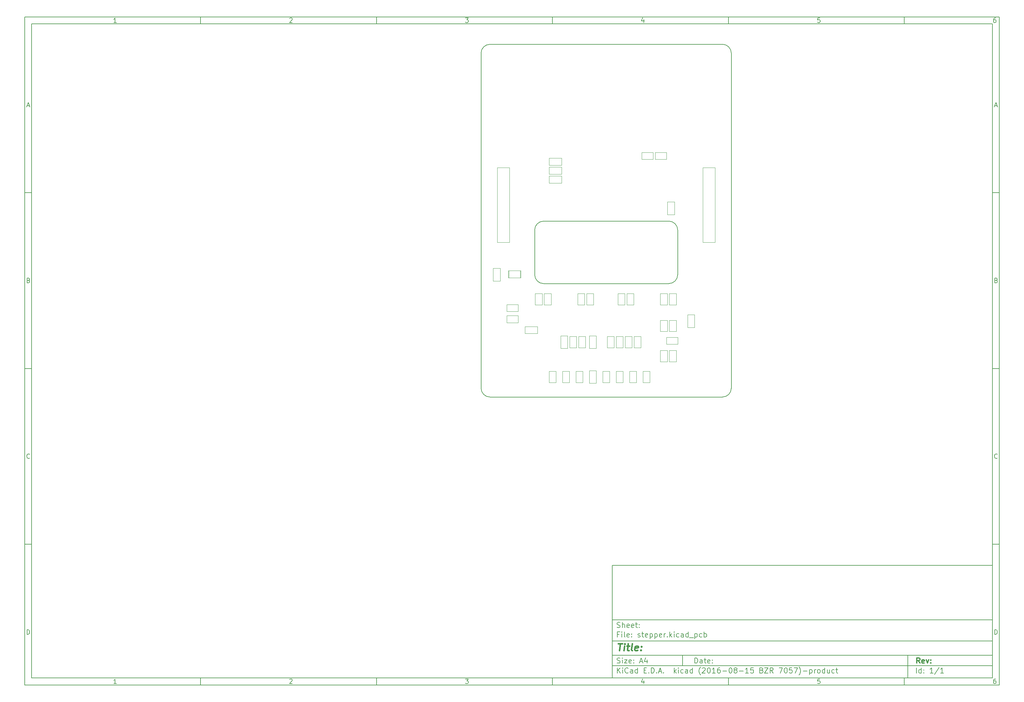
<source format=gbr>
G04 #@! TF.FileFunction,Other,User*
%FSLAX46Y46*%
G04 Gerber Fmt 4.6, Leading zero omitted, Abs format (unit mm)*
G04 Created by KiCad (PCBNEW (2016-08-15 BZR 7057)-product) date Tue Nov  8 12:42:18 2016*
%MOMM*%
%LPD*%
G01*
G04 APERTURE LIST*
%ADD10C,0.100000*%
%ADD11C,0.150000*%
%ADD12C,0.300000*%
%ADD13C,0.400000*%
%ADD14C,0.050000*%
G04 APERTURE END LIST*
D10*
D11*
X177002200Y-166007200D02*
X177002200Y-198007200D01*
X285002200Y-198007200D01*
X285002200Y-166007200D01*
X177002200Y-166007200D01*
D10*
D11*
X10000000Y-10000000D02*
X10000000Y-200007200D01*
X287002200Y-200007200D01*
X287002200Y-10000000D01*
X10000000Y-10000000D01*
D10*
D11*
X12000000Y-12000000D02*
X12000000Y-198007200D01*
X285002200Y-198007200D01*
X285002200Y-12000000D01*
X12000000Y-12000000D01*
D10*
D11*
X60000000Y-12000000D02*
X60000000Y-10000000D01*
D10*
D11*
X110000000Y-12000000D02*
X110000000Y-10000000D01*
D10*
D11*
X160000000Y-12000000D02*
X160000000Y-10000000D01*
D10*
D11*
X210000000Y-12000000D02*
X210000000Y-10000000D01*
D10*
D11*
X260000000Y-12000000D02*
X260000000Y-10000000D01*
D10*
D11*
X36065476Y-11588095D02*
X35322619Y-11588095D01*
X35694047Y-11588095D02*
X35694047Y-10288095D01*
X35570238Y-10473809D01*
X35446428Y-10597619D01*
X35322619Y-10659523D01*
D10*
D11*
X85322619Y-10411904D02*
X85384523Y-10350000D01*
X85508333Y-10288095D01*
X85817857Y-10288095D01*
X85941666Y-10350000D01*
X86003571Y-10411904D01*
X86065476Y-10535714D01*
X86065476Y-10659523D01*
X86003571Y-10845238D01*
X85260714Y-11588095D01*
X86065476Y-11588095D01*
D10*
D11*
X135260714Y-10288095D02*
X136065476Y-10288095D01*
X135632142Y-10783333D01*
X135817857Y-10783333D01*
X135941666Y-10845238D01*
X136003571Y-10907142D01*
X136065476Y-11030952D01*
X136065476Y-11340476D01*
X136003571Y-11464285D01*
X135941666Y-11526190D01*
X135817857Y-11588095D01*
X135446428Y-11588095D01*
X135322619Y-11526190D01*
X135260714Y-11464285D01*
D10*
D11*
X185941666Y-10721428D02*
X185941666Y-11588095D01*
X185632142Y-10226190D02*
X185322619Y-11154761D01*
X186127380Y-11154761D01*
D10*
D11*
X236003571Y-10288095D02*
X235384523Y-10288095D01*
X235322619Y-10907142D01*
X235384523Y-10845238D01*
X235508333Y-10783333D01*
X235817857Y-10783333D01*
X235941666Y-10845238D01*
X236003571Y-10907142D01*
X236065476Y-11030952D01*
X236065476Y-11340476D01*
X236003571Y-11464285D01*
X235941666Y-11526190D01*
X235817857Y-11588095D01*
X235508333Y-11588095D01*
X235384523Y-11526190D01*
X235322619Y-11464285D01*
D10*
D11*
X285941666Y-10288095D02*
X285694047Y-10288095D01*
X285570238Y-10350000D01*
X285508333Y-10411904D01*
X285384523Y-10597619D01*
X285322619Y-10845238D01*
X285322619Y-11340476D01*
X285384523Y-11464285D01*
X285446428Y-11526190D01*
X285570238Y-11588095D01*
X285817857Y-11588095D01*
X285941666Y-11526190D01*
X286003571Y-11464285D01*
X286065476Y-11340476D01*
X286065476Y-11030952D01*
X286003571Y-10907142D01*
X285941666Y-10845238D01*
X285817857Y-10783333D01*
X285570238Y-10783333D01*
X285446428Y-10845238D01*
X285384523Y-10907142D01*
X285322619Y-11030952D01*
D10*
D11*
X60000000Y-198007200D02*
X60000000Y-200007200D01*
D10*
D11*
X110000000Y-198007200D02*
X110000000Y-200007200D01*
D10*
D11*
X160000000Y-198007200D02*
X160000000Y-200007200D01*
D10*
D11*
X210000000Y-198007200D02*
X210000000Y-200007200D01*
D10*
D11*
X260000000Y-198007200D02*
X260000000Y-200007200D01*
D10*
D11*
X36065476Y-199595295D02*
X35322619Y-199595295D01*
X35694047Y-199595295D02*
X35694047Y-198295295D01*
X35570238Y-198481009D01*
X35446428Y-198604819D01*
X35322619Y-198666723D01*
D10*
D11*
X85322619Y-198419104D02*
X85384523Y-198357200D01*
X85508333Y-198295295D01*
X85817857Y-198295295D01*
X85941666Y-198357200D01*
X86003571Y-198419104D01*
X86065476Y-198542914D01*
X86065476Y-198666723D01*
X86003571Y-198852438D01*
X85260714Y-199595295D01*
X86065476Y-199595295D01*
D10*
D11*
X135260714Y-198295295D02*
X136065476Y-198295295D01*
X135632142Y-198790533D01*
X135817857Y-198790533D01*
X135941666Y-198852438D01*
X136003571Y-198914342D01*
X136065476Y-199038152D01*
X136065476Y-199347676D01*
X136003571Y-199471485D01*
X135941666Y-199533390D01*
X135817857Y-199595295D01*
X135446428Y-199595295D01*
X135322619Y-199533390D01*
X135260714Y-199471485D01*
D10*
D11*
X185941666Y-198728628D02*
X185941666Y-199595295D01*
X185632142Y-198233390D02*
X185322619Y-199161961D01*
X186127380Y-199161961D01*
D10*
D11*
X236003571Y-198295295D02*
X235384523Y-198295295D01*
X235322619Y-198914342D01*
X235384523Y-198852438D01*
X235508333Y-198790533D01*
X235817857Y-198790533D01*
X235941666Y-198852438D01*
X236003571Y-198914342D01*
X236065476Y-199038152D01*
X236065476Y-199347676D01*
X236003571Y-199471485D01*
X235941666Y-199533390D01*
X235817857Y-199595295D01*
X235508333Y-199595295D01*
X235384523Y-199533390D01*
X235322619Y-199471485D01*
D10*
D11*
X285941666Y-198295295D02*
X285694047Y-198295295D01*
X285570238Y-198357200D01*
X285508333Y-198419104D01*
X285384523Y-198604819D01*
X285322619Y-198852438D01*
X285322619Y-199347676D01*
X285384523Y-199471485D01*
X285446428Y-199533390D01*
X285570238Y-199595295D01*
X285817857Y-199595295D01*
X285941666Y-199533390D01*
X286003571Y-199471485D01*
X286065476Y-199347676D01*
X286065476Y-199038152D01*
X286003571Y-198914342D01*
X285941666Y-198852438D01*
X285817857Y-198790533D01*
X285570238Y-198790533D01*
X285446428Y-198852438D01*
X285384523Y-198914342D01*
X285322619Y-199038152D01*
D10*
D11*
X10000000Y-60000000D02*
X12000000Y-60000000D01*
D10*
D11*
X10000000Y-110000000D02*
X12000000Y-110000000D01*
D10*
D11*
X10000000Y-160000000D02*
X12000000Y-160000000D01*
D10*
D11*
X10690476Y-35216666D02*
X11309523Y-35216666D01*
X10566666Y-35588095D02*
X11000000Y-34288095D01*
X11433333Y-35588095D01*
D10*
D11*
X11092857Y-84907142D02*
X11278571Y-84969047D01*
X11340476Y-85030952D01*
X11402380Y-85154761D01*
X11402380Y-85340476D01*
X11340476Y-85464285D01*
X11278571Y-85526190D01*
X11154761Y-85588095D01*
X10659523Y-85588095D01*
X10659523Y-84288095D01*
X11092857Y-84288095D01*
X11216666Y-84350000D01*
X11278571Y-84411904D01*
X11340476Y-84535714D01*
X11340476Y-84659523D01*
X11278571Y-84783333D01*
X11216666Y-84845238D01*
X11092857Y-84907142D01*
X10659523Y-84907142D01*
D10*
D11*
X11402380Y-135464285D02*
X11340476Y-135526190D01*
X11154761Y-135588095D01*
X11030952Y-135588095D01*
X10845238Y-135526190D01*
X10721428Y-135402380D01*
X10659523Y-135278571D01*
X10597619Y-135030952D01*
X10597619Y-134845238D01*
X10659523Y-134597619D01*
X10721428Y-134473809D01*
X10845238Y-134350000D01*
X11030952Y-134288095D01*
X11154761Y-134288095D01*
X11340476Y-134350000D01*
X11402380Y-134411904D01*
D10*
D11*
X10659523Y-185588095D02*
X10659523Y-184288095D01*
X10969047Y-184288095D01*
X11154761Y-184350000D01*
X11278571Y-184473809D01*
X11340476Y-184597619D01*
X11402380Y-184845238D01*
X11402380Y-185030952D01*
X11340476Y-185278571D01*
X11278571Y-185402380D01*
X11154761Y-185526190D01*
X10969047Y-185588095D01*
X10659523Y-185588095D01*
D10*
D11*
X287002200Y-60000000D02*
X285002200Y-60000000D01*
D10*
D11*
X287002200Y-110000000D02*
X285002200Y-110000000D01*
D10*
D11*
X287002200Y-160000000D02*
X285002200Y-160000000D01*
D10*
D11*
X285692676Y-35216666D02*
X286311723Y-35216666D01*
X285568866Y-35588095D02*
X286002200Y-34288095D01*
X286435533Y-35588095D01*
D10*
D11*
X286095057Y-84907142D02*
X286280771Y-84969047D01*
X286342676Y-85030952D01*
X286404580Y-85154761D01*
X286404580Y-85340476D01*
X286342676Y-85464285D01*
X286280771Y-85526190D01*
X286156961Y-85588095D01*
X285661723Y-85588095D01*
X285661723Y-84288095D01*
X286095057Y-84288095D01*
X286218866Y-84350000D01*
X286280771Y-84411904D01*
X286342676Y-84535714D01*
X286342676Y-84659523D01*
X286280771Y-84783333D01*
X286218866Y-84845238D01*
X286095057Y-84907142D01*
X285661723Y-84907142D01*
D10*
D11*
X286404580Y-135464285D02*
X286342676Y-135526190D01*
X286156961Y-135588095D01*
X286033152Y-135588095D01*
X285847438Y-135526190D01*
X285723628Y-135402380D01*
X285661723Y-135278571D01*
X285599819Y-135030952D01*
X285599819Y-134845238D01*
X285661723Y-134597619D01*
X285723628Y-134473809D01*
X285847438Y-134350000D01*
X286033152Y-134288095D01*
X286156961Y-134288095D01*
X286342676Y-134350000D01*
X286404580Y-134411904D01*
D10*
D11*
X285661723Y-185588095D02*
X285661723Y-184288095D01*
X285971247Y-184288095D01*
X286156961Y-184350000D01*
X286280771Y-184473809D01*
X286342676Y-184597619D01*
X286404580Y-184845238D01*
X286404580Y-185030952D01*
X286342676Y-185278571D01*
X286280771Y-185402380D01*
X286156961Y-185526190D01*
X285971247Y-185588095D01*
X285661723Y-185588095D01*
D10*
D11*
X200434342Y-193785771D02*
X200434342Y-192285771D01*
X200791485Y-192285771D01*
X201005771Y-192357200D01*
X201148628Y-192500057D01*
X201220057Y-192642914D01*
X201291485Y-192928628D01*
X201291485Y-193142914D01*
X201220057Y-193428628D01*
X201148628Y-193571485D01*
X201005771Y-193714342D01*
X200791485Y-193785771D01*
X200434342Y-193785771D01*
X202577200Y-193785771D02*
X202577200Y-193000057D01*
X202505771Y-192857200D01*
X202362914Y-192785771D01*
X202077200Y-192785771D01*
X201934342Y-192857200D01*
X202577200Y-193714342D02*
X202434342Y-193785771D01*
X202077200Y-193785771D01*
X201934342Y-193714342D01*
X201862914Y-193571485D01*
X201862914Y-193428628D01*
X201934342Y-193285771D01*
X202077200Y-193214342D01*
X202434342Y-193214342D01*
X202577200Y-193142914D01*
X203077200Y-192785771D02*
X203648628Y-192785771D01*
X203291485Y-192285771D02*
X203291485Y-193571485D01*
X203362914Y-193714342D01*
X203505771Y-193785771D01*
X203648628Y-193785771D01*
X204720057Y-193714342D02*
X204577200Y-193785771D01*
X204291485Y-193785771D01*
X204148628Y-193714342D01*
X204077200Y-193571485D01*
X204077200Y-193000057D01*
X204148628Y-192857200D01*
X204291485Y-192785771D01*
X204577200Y-192785771D01*
X204720057Y-192857200D01*
X204791485Y-193000057D01*
X204791485Y-193142914D01*
X204077200Y-193285771D01*
X205434342Y-193642914D02*
X205505771Y-193714342D01*
X205434342Y-193785771D01*
X205362914Y-193714342D01*
X205434342Y-193642914D01*
X205434342Y-193785771D01*
X205434342Y-192857200D02*
X205505771Y-192928628D01*
X205434342Y-193000057D01*
X205362914Y-192928628D01*
X205434342Y-192857200D01*
X205434342Y-193000057D01*
D10*
D11*
X177002200Y-194507200D02*
X285002200Y-194507200D01*
D10*
D11*
X178434342Y-196585771D02*
X178434342Y-195085771D01*
X179291485Y-196585771D02*
X178648628Y-195728628D01*
X179291485Y-195085771D02*
X178434342Y-195942914D01*
X179934342Y-196585771D02*
X179934342Y-195585771D01*
X179934342Y-195085771D02*
X179862914Y-195157200D01*
X179934342Y-195228628D01*
X180005771Y-195157200D01*
X179934342Y-195085771D01*
X179934342Y-195228628D01*
X181505771Y-196442914D02*
X181434342Y-196514342D01*
X181220057Y-196585771D01*
X181077200Y-196585771D01*
X180862914Y-196514342D01*
X180720057Y-196371485D01*
X180648628Y-196228628D01*
X180577200Y-195942914D01*
X180577200Y-195728628D01*
X180648628Y-195442914D01*
X180720057Y-195300057D01*
X180862914Y-195157200D01*
X181077200Y-195085771D01*
X181220057Y-195085771D01*
X181434342Y-195157200D01*
X181505771Y-195228628D01*
X182791485Y-196585771D02*
X182791485Y-195800057D01*
X182720057Y-195657200D01*
X182577200Y-195585771D01*
X182291485Y-195585771D01*
X182148628Y-195657200D01*
X182791485Y-196514342D02*
X182648628Y-196585771D01*
X182291485Y-196585771D01*
X182148628Y-196514342D01*
X182077200Y-196371485D01*
X182077200Y-196228628D01*
X182148628Y-196085771D01*
X182291485Y-196014342D01*
X182648628Y-196014342D01*
X182791485Y-195942914D01*
X184148628Y-196585771D02*
X184148628Y-195085771D01*
X184148628Y-196514342D02*
X184005771Y-196585771D01*
X183720057Y-196585771D01*
X183577200Y-196514342D01*
X183505771Y-196442914D01*
X183434342Y-196300057D01*
X183434342Y-195871485D01*
X183505771Y-195728628D01*
X183577200Y-195657200D01*
X183720057Y-195585771D01*
X184005771Y-195585771D01*
X184148628Y-195657200D01*
X186005771Y-195800057D02*
X186505771Y-195800057D01*
X186720057Y-196585771D02*
X186005771Y-196585771D01*
X186005771Y-195085771D01*
X186720057Y-195085771D01*
X187362914Y-196442914D02*
X187434342Y-196514342D01*
X187362914Y-196585771D01*
X187291485Y-196514342D01*
X187362914Y-196442914D01*
X187362914Y-196585771D01*
X188077200Y-196585771D02*
X188077200Y-195085771D01*
X188434342Y-195085771D01*
X188648628Y-195157200D01*
X188791485Y-195300057D01*
X188862914Y-195442914D01*
X188934342Y-195728628D01*
X188934342Y-195942914D01*
X188862914Y-196228628D01*
X188791485Y-196371485D01*
X188648628Y-196514342D01*
X188434342Y-196585771D01*
X188077200Y-196585771D01*
X189577200Y-196442914D02*
X189648628Y-196514342D01*
X189577200Y-196585771D01*
X189505771Y-196514342D01*
X189577200Y-196442914D01*
X189577200Y-196585771D01*
X190220057Y-196157200D02*
X190934342Y-196157200D01*
X190077200Y-196585771D02*
X190577200Y-195085771D01*
X191077200Y-196585771D01*
X191577200Y-196442914D02*
X191648628Y-196514342D01*
X191577200Y-196585771D01*
X191505771Y-196514342D01*
X191577200Y-196442914D01*
X191577200Y-196585771D01*
X194577200Y-196585771D02*
X194577200Y-195085771D01*
X194720057Y-196014342D02*
X195148628Y-196585771D01*
X195148628Y-195585771D02*
X194577200Y-196157200D01*
X195791485Y-196585771D02*
X195791485Y-195585771D01*
X195791485Y-195085771D02*
X195720057Y-195157200D01*
X195791485Y-195228628D01*
X195862914Y-195157200D01*
X195791485Y-195085771D01*
X195791485Y-195228628D01*
X197148628Y-196514342D02*
X197005771Y-196585771D01*
X196720057Y-196585771D01*
X196577200Y-196514342D01*
X196505771Y-196442914D01*
X196434342Y-196300057D01*
X196434342Y-195871485D01*
X196505771Y-195728628D01*
X196577200Y-195657200D01*
X196720057Y-195585771D01*
X197005771Y-195585771D01*
X197148628Y-195657200D01*
X198434342Y-196585771D02*
X198434342Y-195800057D01*
X198362914Y-195657200D01*
X198220057Y-195585771D01*
X197934342Y-195585771D01*
X197791485Y-195657200D01*
X198434342Y-196514342D02*
X198291485Y-196585771D01*
X197934342Y-196585771D01*
X197791485Y-196514342D01*
X197720057Y-196371485D01*
X197720057Y-196228628D01*
X197791485Y-196085771D01*
X197934342Y-196014342D01*
X198291485Y-196014342D01*
X198434342Y-195942914D01*
X199791485Y-196585771D02*
X199791485Y-195085771D01*
X199791485Y-196514342D02*
X199648628Y-196585771D01*
X199362914Y-196585771D01*
X199220057Y-196514342D01*
X199148628Y-196442914D01*
X199077200Y-196300057D01*
X199077200Y-195871485D01*
X199148628Y-195728628D01*
X199220057Y-195657200D01*
X199362914Y-195585771D01*
X199648628Y-195585771D01*
X199791485Y-195657200D01*
X202077200Y-197157200D02*
X202005771Y-197085771D01*
X201862914Y-196871485D01*
X201791485Y-196728628D01*
X201720057Y-196514342D01*
X201648628Y-196157200D01*
X201648628Y-195871485D01*
X201720057Y-195514342D01*
X201791485Y-195300057D01*
X201862914Y-195157200D01*
X202005771Y-194942914D01*
X202077200Y-194871485D01*
X202577200Y-195228628D02*
X202648628Y-195157200D01*
X202791485Y-195085771D01*
X203148628Y-195085771D01*
X203291485Y-195157200D01*
X203362914Y-195228628D01*
X203434342Y-195371485D01*
X203434342Y-195514342D01*
X203362914Y-195728628D01*
X202505771Y-196585771D01*
X203434342Y-196585771D01*
X204362914Y-195085771D02*
X204505771Y-195085771D01*
X204648628Y-195157200D01*
X204720057Y-195228628D01*
X204791485Y-195371485D01*
X204862914Y-195657200D01*
X204862914Y-196014342D01*
X204791485Y-196300057D01*
X204720057Y-196442914D01*
X204648628Y-196514342D01*
X204505771Y-196585771D01*
X204362914Y-196585771D01*
X204220057Y-196514342D01*
X204148628Y-196442914D01*
X204077200Y-196300057D01*
X204005771Y-196014342D01*
X204005771Y-195657200D01*
X204077200Y-195371485D01*
X204148628Y-195228628D01*
X204220057Y-195157200D01*
X204362914Y-195085771D01*
X206291485Y-196585771D02*
X205434342Y-196585771D01*
X205862914Y-196585771D02*
X205862914Y-195085771D01*
X205720057Y-195300057D01*
X205577200Y-195442914D01*
X205434342Y-195514342D01*
X207577200Y-195085771D02*
X207291485Y-195085771D01*
X207148628Y-195157200D01*
X207077200Y-195228628D01*
X206934342Y-195442914D01*
X206862914Y-195728628D01*
X206862914Y-196300057D01*
X206934342Y-196442914D01*
X207005771Y-196514342D01*
X207148628Y-196585771D01*
X207434342Y-196585771D01*
X207577200Y-196514342D01*
X207648628Y-196442914D01*
X207720057Y-196300057D01*
X207720057Y-195942914D01*
X207648628Y-195800057D01*
X207577200Y-195728628D01*
X207434342Y-195657200D01*
X207148628Y-195657200D01*
X207005771Y-195728628D01*
X206934342Y-195800057D01*
X206862914Y-195942914D01*
X208362914Y-196014342D02*
X209505771Y-196014342D01*
X210505771Y-195085771D02*
X210648628Y-195085771D01*
X210791485Y-195157200D01*
X210862914Y-195228628D01*
X210934342Y-195371485D01*
X211005771Y-195657200D01*
X211005771Y-196014342D01*
X210934342Y-196300057D01*
X210862914Y-196442914D01*
X210791485Y-196514342D01*
X210648628Y-196585771D01*
X210505771Y-196585771D01*
X210362914Y-196514342D01*
X210291485Y-196442914D01*
X210220057Y-196300057D01*
X210148628Y-196014342D01*
X210148628Y-195657200D01*
X210220057Y-195371485D01*
X210291485Y-195228628D01*
X210362914Y-195157200D01*
X210505771Y-195085771D01*
X211862914Y-195728628D02*
X211720057Y-195657200D01*
X211648628Y-195585771D01*
X211577200Y-195442914D01*
X211577200Y-195371485D01*
X211648628Y-195228628D01*
X211720057Y-195157200D01*
X211862914Y-195085771D01*
X212148628Y-195085771D01*
X212291485Y-195157200D01*
X212362914Y-195228628D01*
X212434342Y-195371485D01*
X212434342Y-195442914D01*
X212362914Y-195585771D01*
X212291485Y-195657200D01*
X212148628Y-195728628D01*
X211862914Y-195728628D01*
X211720057Y-195800057D01*
X211648628Y-195871485D01*
X211577200Y-196014342D01*
X211577200Y-196300057D01*
X211648628Y-196442914D01*
X211720057Y-196514342D01*
X211862914Y-196585771D01*
X212148628Y-196585771D01*
X212291485Y-196514342D01*
X212362914Y-196442914D01*
X212434342Y-196300057D01*
X212434342Y-196014342D01*
X212362914Y-195871485D01*
X212291485Y-195800057D01*
X212148628Y-195728628D01*
X213077200Y-196014342D02*
X214220057Y-196014342D01*
X215720057Y-196585771D02*
X214862914Y-196585771D01*
X215291485Y-196585771D02*
X215291485Y-195085771D01*
X215148628Y-195300057D01*
X215005771Y-195442914D01*
X214862914Y-195514342D01*
X217077200Y-195085771D02*
X216362914Y-195085771D01*
X216291485Y-195800057D01*
X216362914Y-195728628D01*
X216505771Y-195657200D01*
X216862914Y-195657200D01*
X217005771Y-195728628D01*
X217077200Y-195800057D01*
X217148628Y-195942914D01*
X217148628Y-196300057D01*
X217077200Y-196442914D01*
X217005771Y-196514342D01*
X216862914Y-196585771D01*
X216505771Y-196585771D01*
X216362914Y-196514342D01*
X216291485Y-196442914D01*
X219434342Y-195800057D02*
X219648628Y-195871485D01*
X219720057Y-195942914D01*
X219791485Y-196085771D01*
X219791485Y-196300057D01*
X219720057Y-196442914D01*
X219648628Y-196514342D01*
X219505771Y-196585771D01*
X218934342Y-196585771D01*
X218934342Y-195085771D01*
X219434342Y-195085771D01*
X219577200Y-195157200D01*
X219648628Y-195228628D01*
X219720057Y-195371485D01*
X219720057Y-195514342D01*
X219648628Y-195657200D01*
X219577200Y-195728628D01*
X219434342Y-195800057D01*
X218934342Y-195800057D01*
X220291485Y-195085771D02*
X221291485Y-195085771D01*
X220291485Y-196585771D01*
X221291485Y-196585771D01*
X222720057Y-196585771D02*
X222220057Y-195871485D01*
X221862914Y-196585771D02*
X221862914Y-195085771D01*
X222434342Y-195085771D01*
X222577200Y-195157200D01*
X222648628Y-195228628D01*
X222720057Y-195371485D01*
X222720057Y-195585771D01*
X222648628Y-195728628D01*
X222577200Y-195800057D01*
X222434342Y-195871485D01*
X221862914Y-195871485D01*
X224362914Y-195085771D02*
X225362914Y-195085771D01*
X224720057Y-196585771D01*
X226220057Y-195085771D02*
X226362914Y-195085771D01*
X226505771Y-195157200D01*
X226577200Y-195228628D01*
X226648628Y-195371485D01*
X226720057Y-195657200D01*
X226720057Y-196014342D01*
X226648628Y-196300057D01*
X226577200Y-196442914D01*
X226505771Y-196514342D01*
X226362914Y-196585771D01*
X226220057Y-196585771D01*
X226077200Y-196514342D01*
X226005771Y-196442914D01*
X225934342Y-196300057D01*
X225862914Y-196014342D01*
X225862914Y-195657200D01*
X225934342Y-195371485D01*
X226005771Y-195228628D01*
X226077200Y-195157200D01*
X226220057Y-195085771D01*
X228077200Y-195085771D02*
X227362914Y-195085771D01*
X227291485Y-195800057D01*
X227362914Y-195728628D01*
X227505771Y-195657200D01*
X227862914Y-195657200D01*
X228005771Y-195728628D01*
X228077200Y-195800057D01*
X228148628Y-195942914D01*
X228148628Y-196300057D01*
X228077200Y-196442914D01*
X228005771Y-196514342D01*
X227862914Y-196585771D01*
X227505771Y-196585771D01*
X227362914Y-196514342D01*
X227291485Y-196442914D01*
X228648628Y-195085771D02*
X229648628Y-195085771D01*
X229005771Y-196585771D01*
X230077199Y-197157200D02*
X230148628Y-197085771D01*
X230291485Y-196871485D01*
X230362914Y-196728628D01*
X230434342Y-196514342D01*
X230505771Y-196157200D01*
X230505771Y-195871485D01*
X230434342Y-195514342D01*
X230362914Y-195300057D01*
X230291485Y-195157200D01*
X230148628Y-194942914D01*
X230077199Y-194871485D01*
X231220057Y-196014342D02*
X232362914Y-196014342D01*
X233077199Y-195585771D02*
X233077199Y-197085771D01*
X233077199Y-195657200D02*
X233220057Y-195585771D01*
X233505771Y-195585771D01*
X233648628Y-195657200D01*
X233720057Y-195728628D01*
X233791485Y-195871485D01*
X233791485Y-196300057D01*
X233720057Y-196442914D01*
X233648628Y-196514342D01*
X233505771Y-196585771D01*
X233220057Y-196585771D01*
X233077199Y-196514342D01*
X234434342Y-196585771D02*
X234434342Y-195585771D01*
X234434342Y-195871485D02*
X234505771Y-195728628D01*
X234577199Y-195657200D01*
X234720057Y-195585771D01*
X234862914Y-195585771D01*
X235577199Y-196585771D02*
X235434342Y-196514342D01*
X235362914Y-196442914D01*
X235291485Y-196300057D01*
X235291485Y-195871485D01*
X235362914Y-195728628D01*
X235434342Y-195657200D01*
X235577199Y-195585771D01*
X235791485Y-195585771D01*
X235934342Y-195657200D01*
X236005771Y-195728628D01*
X236077199Y-195871485D01*
X236077199Y-196300057D01*
X236005771Y-196442914D01*
X235934342Y-196514342D01*
X235791485Y-196585771D01*
X235577199Y-196585771D01*
X237362914Y-196585771D02*
X237362914Y-195085771D01*
X237362914Y-196514342D02*
X237220057Y-196585771D01*
X236934342Y-196585771D01*
X236791485Y-196514342D01*
X236720057Y-196442914D01*
X236648628Y-196300057D01*
X236648628Y-195871485D01*
X236720057Y-195728628D01*
X236791485Y-195657200D01*
X236934342Y-195585771D01*
X237220057Y-195585771D01*
X237362914Y-195657200D01*
X238720057Y-195585771D02*
X238720057Y-196585771D01*
X238077199Y-195585771D02*
X238077199Y-196371485D01*
X238148628Y-196514342D01*
X238291485Y-196585771D01*
X238505771Y-196585771D01*
X238648628Y-196514342D01*
X238720057Y-196442914D01*
X240077199Y-196514342D02*
X239934342Y-196585771D01*
X239648628Y-196585771D01*
X239505771Y-196514342D01*
X239434342Y-196442914D01*
X239362914Y-196300057D01*
X239362914Y-195871485D01*
X239434342Y-195728628D01*
X239505771Y-195657200D01*
X239648628Y-195585771D01*
X239934342Y-195585771D01*
X240077199Y-195657200D01*
X240505771Y-195585771D02*
X241077199Y-195585771D01*
X240720057Y-195085771D02*
X240720057Y-196371485D01*
X240791485Y-196514342D01*
X240934342Y-196585771D01*
X241077199Y-196585771D01*
D10*
D11*
X177002200Y-191507200D02*
X285002200Y-191507200D01*
D10*
D12*
X264411485Y-193785771D02*
X263911485Y-193071485D01*
X263554342Y-193785771D02*
X263554342Y-192285771D01*
X264125771Y-192285771D01*
X264268628Y-192357200D01*
X264340057Y-192428628D01*
X264411485Y-192571485D01*
X264411485Y-192785771D01*
X264340057Y-192928628D01*
X264268628Y-193000057D01*
X264125771Y-193071485D01*
X263554342Y-193071485D01*
X265625771Y-193714342D02*
X265482914Y-193785771D01*
X265197200Y-193785771D01*
X265054342Y-193714342D01*
X264982914Y-193571485D01*
X264982914Y-193000057D01*
X265054342Y-192857200D01*
X265197200Y-192785771D01*
X265482914Y-192785771D01*
X265625771Y-192857200D01*
X265697200Y-193000057D01*
X265697200Y-193142914D01*
X264982914Y-193285771D01*
X266197200Y-192785771D02*
X266554342Y-193785771D01*
X266911485Y-192785771D01*
X267482914Y-193642914D02*
X267554342Y-193714342D01*
X267482914Y-193785771D01*
X267411485Y-193714342D01*
X267482914Y-193642914D01*
X267482914Y-193785771D01*
X267482914Y-192857200D02*
X267554342Y-192928628D01*
X267482914Y-193000057D01*
X267411485Y-192928628D01*
X267482914Y-192857200D01*
X267482914Y-193000057D01*
D10*
D11*
X178362914Y-193714342D02*
X178577200Y-193785771D01*
X178934342Y-193785771D01*
X179077200Y-193714342D01*
X179148628Y-193642914D01*
X179220057Y-193500057D01*
X179220057Y-193357200D01*
X179148628Y-193214342D01*
X179077200Y-193142914D01*
X178934342Y-193071485D01*
X178648628Y-193000057D01*
X178505771Y-192928628D01*
X178434342Y-192857200D01*
X178362914Y-192714342D01*
X178362914Y-192571485D01*
X178434342Y-192428628D01*
X178505771Y-192357200D01*
X178648628Y-192285771D01*
X179005771Y-192285771D01*
X179220057Y-192357200D01*
X179862914Y-193785771D02*
X179862914Y-192785771D01*
X179862914Y-192285771D02*
X179791485Y-192357200D01*
X179862914Y-192428628D01*
X179934342Y-192357200D01*
X179862914Y-192285771D01*
X179862914Y-192428628D01*
X180434342Y-192785771D02*
X181220057Y-192785771D01*
X180434342Y-193785771D01*
X181220057Y-193785771D01*
X182362914Y-193714342D02*
X182220057Y-193785771D01*
X181934342Y-193785771D01*
X181791485Y-193714342D01*
X181720057Y-193571485D01*
X181720057Y-193000057D01*
X181791485Y-192857200D01*
X181934342Y-192785771D01*
X182220057Y-192785771D01*
X182362914Y-192857200D01*
X182434342Y-193000057D01*
X182434342Y-193142914D01*
X181720057Y-193285771D01*
X183077200Y-193642914D02*
X183148628Y-193714342D01*
X183077200Y-193785771D01*
X183005771Y-193714342D01*
X183077200Y-193642914D01*
X183077200Y-193785771D01*
X183077200Y-192857200D02*
X183148628Y-192928628D01*
X183077200Y-193000057D01*
X183005771Y-192928628D01*
X183077200Y-192857200D01*
X183077200Y-193000057D01*
X184862914Y-193357200D02*
X185577200Y-193357200D01*
X184720057Y-193785771D02*
X185220057Y-192285771D01*
X185720057Y-193785771D01*
X186862914Y-192785771D02*
X186862914Y-193785771D01*
X186505771Y-192214342D02*
X186148628Y-193285771D01*
X187077200Y-193285771D01*
D10*
D11*
X263434342Y-196585771D02*
X263434342Y-195085771D01*
X264791485Y-196585771D02*
X264791485Y-195085771D01*
X264791485Y-196514342D02*
X264648628Y-196585771D01*
X264362914Y-196585771D01*
X264220057Y-196514342D01*
X264148628Y-196442914D01*
X264077200Y-196300057D01*
X264077200Y-195871485D01*
X264148628Y-195728628D01*
X264220057Y-195657200D01*
X264362914Y-195585771D01*
X264648628Y-195585771D01*
X264791485Y-195657200D01*
X265505771Y-196442914D02*
X265577200Y-196514342D01*
X265505771Y-196585771D01*
X265434342Y-196514342D01*
X265505771Y-196442914D01*
X265505771Y-196585771D01*
X265505771Y-195657200D02*
X265577200Y-195728628D01*
X265505771Y-195800057D01*
X265434342Y-195728628D01*
X265505771Y-195657200D01*
X265505771Y-195800057D01*
X268148628Y-196585771D02*
X267291485Y-196585771D01*
X267720057Y-196585771D02*
X267720057Y-195085771D01*
X267577200Y-195300057D01*
X267434342Y-195442914D01*
X267291485Y-195514342D01*
X269862914Y-195014342D02*
X268577200Y-196942914D01*
X271148628Y-196585771D02*
X270291485Y-196585771D01*
X270720057Y-196585771D02*
X270720057Y-195085771D01*
X270577200Y-195300057D01*
X270434342Y-195442914D01*
X270291485Y-195514342D01*
D10*
D11*
X177002200Y-187507200D02*
X285002200Y-187507200D01*
D10*
D13*
X178714580Y-188211961D02*
X179857438Y-188211961D01*
X179036009Y-190211961D02*
X179286009Y-188211961D01*
X180274104Y-190211961D02*
X180440771Y-188878628D01*
X180524104Y-188211961D02*
X180416961Y-188307200D01*
X180500295Y-188402438D01*
X180607438Y-188307200D01*
X180524104Y-188211961D01*
X180500295Y-188402438D01*
X181107438Y-188878628D02*
X181869342Y-188878628D01*
X181476485Y-188211961D02*
X181262200Y-189926247D01*
X181333628Y-190116723D01*
X181512200Y-190211961D01*
X181702676Y-190211961D01*
X182655057Y-190211961D02*
X182476485Y-190116723D01*
X182405057Y-189926247D01*
X182619342Y-188211961D01*
X184190771Y-190116723D02*
X183988390Y-190211961D01*
X183607438Y-190211961D01*
X183428866Y-190116723D01*
X183357438Y-189926247D01*
X183452676Y-189164342D01*
X183571723Y-188973866D01*
X183774104Y-188878628D01*
X184155057Y-188878628D01*
X184333628Y-188973866D01*
X184405057Y-189164342D01*
X184381247Y-189354819D01*
X183405057Y-189545295D01*
X185155057Y-190021485D02*
X185238390Y-190116723D01*
X185131247Y-190211961D01*
X185047914Y-190116723D01*
X185155057Y-190021485D01*
X185131247Y-190211961D01*
X185286009Y-188973866D02*
X185369342Y-189069104D01*
X185262200Y-189164342D01*
X185178866Y-189069104D01*
X185286009Y-188973866D01*
X185262200Y-189164342D01*
D10*
D11*
X178934342Y-185600057D02*
X178434342Y-185600057D01*
X178434342Y-186385771D02*
X178434342Y-184885771D01*
X179148628Y-184885771D01*
X179720057Y-186385771D02*
X179720057Y-185385771D01*
X179720057Y-184885771D02*
X179648628Y-184957200D01*
X179720057Y-185028628D01*
X179791485Y-184957200D01*
X179720057Y-184885771D01*
X179720057Y-185028628D01*
X180648628Y-186385771D02*
X180505771Y-186314342D01*
X180434342Y-186171485D01*
X180434342Y-184885771D01*
X181791485Y-186314342D02*
X181648628Y-186385771D01*
X181362914Y-186385771D01*
X181220057Y-186314342D01*
X181148628Y-186171485D01*
X181148628Y-185600057D01*
X181220057Y-185457200D01*
X181362914Y-185385771D01*
X181648628Y-185385771D01*
X181791485Y-185457200D01*
X181862914Y-185600057D01*
X181862914Y-185742914D01*
X181148628Y-185885771D01*
X182505771Y-186242914D02*
X182577200Y-186314342D01*
X182505771Y-186385771D01*
X182434342Y-186314342D01*
X182505771Y-186242914D01*
X182505771Y-186385771D01*
X182505771Y-185457200D02*
X182577200Y-185528628D01*
X182505771Y-185600057D01*
X182434342Y-185528628D01*
X182505771Y-185457200D01*
X182505771Y-185600057D01*
X184291485Y-186314342D02*
X184434342Y-186385771D01*
X184720057Y-186385771D01*
X184862914Y-186314342D01*
X184934342Y-186171485D01*
X184934342Y-186100057D01*
X184862914Y-185957200D01*
X184720057Y-185885771D01*
X184505771Y-185885771D01*
X184362914Y-185814342D01*
X184291485Y-185671485D01*
X184291485Y-185600057D01*
X184362914Y-185457200D01*
X184505771Y-185385771D01*
X184720057Y-185385771D01*
X184862914Y-185457200D01*
X185362914Y-185385771D02*
X185934342Y-185385771D01*
X185577200Y-184885771D02*
X185577200Y-186171485D01*
X185648628Y-186314342D01*
X185791485Y-186385771D01*
X185934342Y-186385771D01*
X187005771Y-186314342D02*
X186862914Y-186385771D01*
X186577200Y-186385771D01*
X186434342Y-186314342D01*
X186362914Y-186171485D01*
X186362914Y-185600057D01*
X186434342Y-185457200D01*
X186577200Y-185385771D01*
X186862914Y-185385771D01*
X187005771Y-185457200D01*
X187077200Y-185600057D01*
X187077200Y-185742914D01*
X186362914Y-185885771D01*
X187720057Y-185385771D02*
X187720057Y-186885771D01*
X187720057Y-185457200D02*
X187862914Y-185385771D01*
X188148628Y-185385771D01*
X188291485Y-185457200D01*
X188362914Y-185528628D01*
X188434342Y-185671485D01*
X188434342Y-186100057D01*
X188362914Y-186242914D01*
X188291485Y-186314342D01*
X188148628Y-186385771D01*
X187862914Y-186385771D01*
X187720057Y-186314342D01*
X189077200Y-185385771D02*
X189077200Y-186885771D01*
X189077200Y-185457200D02*
X189220057Y-185385771D01*
X189505771Y-185385771D01*
X189648628Y-185457200D01*
X189720057Y-185528628D01*
X189791485Y-185671485D01*
X189791485Y-186100057D01*
X189720057Y-186242914D01*
X189648628Y-186314342D01*
X189505771Y-186385771D01*
X189220057Y-186385771D01*
X189077200Y-186314342D01*
X191005771Y-186314342D02*
X190862914Y-186385771D01*
X190577200Y-186385771D01*
X190434342Y-186314342D01*
X190362914Y-186171485D01*
X190362914Y-185600057D01*
X190434342Y-185457200D01*
X190577200Y-185385771D01*
X190862914Y-185385771D01*
X191005771Y-185457200D01*
X191077200Y-185600057D01*
X191077200Y-185742914D01*
X190362914Y-185885771D01*
X191720057Y-186385771D02*
X191720057Y-185385771D01*
X191720057Y-185671485D02*
X191791485Y-185528628D01*
X191862914Y-185457200D01*
X192005771Y-185385771D01*
X192148628Y-185385771D01*
X192648628Y-186242914D02*
X192720057Y-186314342D01*
X192648628Y-186385771D01*
X192577200Y-186314342D01*
X192648628Y-186242914D01*
X192648628Y-186385771D01*
X193362914Y-186385771D02*
X193362914Y-184885771D01*
X193505771Y-185814342D02*
X193934342Y-186385771D01*
X193934342Y-185385771D02*
X193362914Y-185957200D01*
X194577200Y-186385771D02*
X194577200Y-185385771D01*
X194577200Y-184885771D02*
X194505771Y-184957200D01*
X194577200Y-185028628D01*
X194648628Y-184957200D01*
X194577200Y-184885771D01*
X194577200Y-185028628D01*
X195934342Y-186314342D02*
X195791485Y-186385771D01*
X195505771Y-186385771D01*
X195362914Y-186314342D01*
X195291485Y-186242914D01*
X195220057Y-186100057D01*
X195220057Y-185671485D01*
X195291485Y-185528628D01*
X195362914Y-185457200D01*
X195505771Y-185385771D01*
X195791485Y-185385771D01*
X195934342Y-185457200D01*
X197220057Y-186385771D02*
X197220057Y-185600057D01*
X197148628Y-185457200D01*
X197005771Y-185385771D01*
X196720057Y-185385771D01*
X196577200Y-185457200D01*
X197220057Y-186314342D02*
X197077200Y-186385771D01*
X196720057Y-186385771D01*
X196577200Y-186314342D01*
X196505771Y-186171485D01*
X196505771Y-186028628D01*
X196577200Y-185885771D01*
X196720057Y-185814342D01*
X197077200Y-185814342D01*
X197220057Y-185742914D01*
X198577200Y-186385771D02*
X198577200Y-184885771D01*
X198577200Y-186314342D02*
X198434342Y-186385771D01*
X198148628Y-186385771D01*
X198005771Y-186314342D01*
X197934342Y-186242914D01*
X197862914Y-186100057D01*
X197862914Y-185671485D01*
X197934342Y-185528628D01*
X198005771Y-185457200D01*
X198148628Y-185385771D01*
X198434342Y-185385771D01*
X198577200Y-185457200D01*
X198934342Y-186528628D02*
X200077200Y-186528628D01*
X200434342Y-185385771D02*
X200434342Y-186885771D01*
X200434342Y-185457200D02*
X200577200Y-185385771D01*
X200862914Y-185385771D01*
X201005771Y-185457200D01*
X201077200Y-185528628D01*
X201148628Y-185671485D01*
X201148628Y-186100057D01*
X201077200Y-186242914D01*
X201005771Y-186314342D01*
X200862914Y-186385771D01*
X200577200Y-186385771D01*
X200434342Y-186314342D01*
X202434342Y-186314342D02*
X202291485Y-186385771D01*
X202005771Y-186385771D01*
X201862914Y-186314342D01*
X201791485Y-186242914D01*
X201720057Y-186100057D01*
X201720057Y-185671485D01*
X201791485Y-185528628D01*
X201862914Y-185457200D01*
X202005771Y-185385771D01*
X202291485Y-185385771D01*
X202434342Y-185457200D01*
X203077200Y-186385771D02*
X203077200Y-184885771D01*
X203077200Y-185457200D02*
X203220057Y-185385771D01*
X203505771Y-185385771D01*
X203648628Y-185457200D01*
X203720057Y-185528628D01*
X203791485Y-185671485D01*
X203791485Y-186100057D01*
X203720057Y-186242914D01*
X203648628Y-186314342D01*
X203505771Y-186385771D01*
X203220057Y-186385771D01*
X203077200Y-186314342D01*
D10*
D11*
X177002200Y-181507200D02*
X285002200Y-181507200D01*
D10*
D11*
X178362914Y-183614342D02*
X178577200Y-183685771D01*
X178934342Y-183685771D01*
X179077200Y-183614342D01*
X179148628Y-183542914D01*
X179220057Y-183400057D01*
X179220057Y-183257200D01*
X179148628Y-183114342D01*
X179077200Y-183042914D01*
X178934342Y-182971485D01*
X178648628Y-182900057D01*
X178505771Y-182828628D01*
X178434342Y-182757200D01*
X178362914Y-182614342D01*
X178362914Y-182471485D01*
X178434342Y-182328628D01*
X178505771Y-182257200D01*
X178648628Y-182185771D01*
X179005771Y-182185771D01*
X179220057Y-182257200D01*
X179862914Y-183685771D02*
X179862914Y-182185771D01*
X180505771Y-183685771D02*
X180505771Y-182900057D01*
X180434342Y-182757200D01*
X180291485Y-182685771D01*
X180077200Y-182685771D01*
X179934342Y-182757200D01*
X179862914Y-182828628D01*
X181791485Y-183614342D02*
X181648628Y-183685771D01*
X181362914Y-183685771D01*
X181220057Y-183614342D01*
X181148628Y-183471485D01*
X181148628Y-182900057D01*
X181220057Y-182757200D01*
X181362914Y-182685771D01*
X181648628Y-182685771D01*
X181791485Y-182757200D01*
X181862914Y-182900057D01*
X181862914Y-183042914D01*
X181148628Y-183185771D01*
X183077200Y-183614342D02*
X182934342Y-183685771D01*
X182648628Y-183685771D01*
X182505771Y-183614342D01*
X182434342Y-183471485D01*
X182434342Y-182900057D01*
X182505771Y-182757200D01*
X182648628Y-182685771D01*
X182934342Y-182685771D01*
X183077200Y-182757200D01*
X183148628Y-182900057D01*
X183148628Y-183042914D01*
X182434342Y-183185771D01*
X183577200Y-182685771D02*
X184148628Y-182685771D01*
X183791485Y-182185771D02*
X183791485Y-183471485D01*
X183862914Y-183614342D01*
X184005771Y-183685771D01*
X184148628Y-183685771D01*
X184648628Y-183542914D02*
X184720057Y-183614342D01*
X184648628Y-183685771D01*
X184577200Y-183614342D01*
X184648628Y-183542914D01*
X184648628Y-183685771D01*
X184648628Y-182757200D02*
X184720057Y-182828628D01*
X184648628Y-182900057D01*
X184577200Y-182828628D01*
X184648628Y-182757200D01*
X184648628Y-182900057D01*
D10*
D11*
X197002200Y-191507200D02*
X197002200Y-194507200D01*
D10*
D11*
X261002200Y-191507200D02*
X261002200Y-198007200D01*
X139700000Y-115570000D02*
G75*
G03X142240000Y-118110000I2540000J0D01*
G01*
X208280000Y-118110000D02*
G75*
G03X210820000Y-115570000I0J2540000D01*
G01*
X142240000Y-17780000D02*
G75*
G03X139700000Y-20320000I0J-2540000D01*
G01*
X210820000Y-115570000D02*
X210820000Y-20320000D01*
X210820000Y-20320000D02*
G75*
G03X208280000Y-17780000I-2540000J0D01*
G01*
X142240000Y-118110000D02*
X208280000Y-118110000D01*
X139700000Y-20320000D02*
X139700000Y-115570000D01*
X208280000Y-17780000D02*
X142240000Y-17780000D01*
D14*
X147425000Y-84185000D02*
X151025000Y-84185000D01*
X147425000Y-82185000D02*
X151025000Y-82185000D01*
X147425000Y-84185000D02*
X147425000Y-82185000D01*
X151025000Y-84185000D02*
X151025000Y-82185000D01*
X164862000Y-100889000D02*
X164862000Y-104089000D01*
X166862000Y-100889000D02*
X166862000Y-104089000D01*
X164862000Y-100889000D02*
X166862000Y-100889000D01*
X164862000Y-104089000D02*
X166862000Y-104089000D01*
X167402000Y-104089000D02*
X169402000Y-104089000D01*
X167402000Y-100889000D02*
X169402000Y-100889000D01*
X169402000Y-100889000D02*
X169402000Y-104089000D01*
X167402000Y-100889000D02*
X167402000Y-104089000D01*
X182610000Y-104089000D02*
X182610000Y-100889000D01*
X180610000Y-104089000D02*
X180610000Y-100889000D01*
X182610000Y-104089000D02*
X180610000Y-104089000D01*
X182610000Y-100889000D02*
X180610000Y-100889000D01*
X185150000Y-100889000D02*
X183150000Y-100889000D01*
X185150000Y-104089000D02*
X183150000Y-104089000D01*
X183150000Y-104089000D02*
X183150000Y-100889000D01*
X185150000Y-104089000D02*
X185150000Y-100889000D01*
X166640000Y-110795000D02*
X166640000Y-113995000D01*
X168640000Y-110795000D02*
X168640000Y-113995000D01*
X166640000Y-110795000D02*
X168640000Y-110795000D01*
X166640000Y-113995000D02*
X168640000Y-113995000D01*
X195595000Y-103108000D02*
X195595000Y-101108000D01*
X192395000Y-103108000D02*
X192395000Y-101108000D01*
X192395000Y-101108000D02*
X195595000Y-101108000D01*
X192395000Y-103108000D02*
X195595000Y-103108000D01*
X145145000Y-85112000D02*
X145145000Y-81512000D01*
X143145000Y-85112000D02*
X143145000Y-81512000D01*
X145145000Y-85112000D02*
X143145000Y-85112000D01*
X145145000Y-81512000D02*
X143145000Y-81512000D01*
X162830000Y-110795000D02*
X162830000Y-113995000D01*
X164830000Y-110795000D02*
X164830000Y-113995000D01*
X162830000Y-110795000D02*
X164830000Y-110795000D01*
X162830000Y-113995000D02*
X164830000Y-113995000D01*
X159020000Y-113995000D02*
X161020000Y-113995000D01*
X159020000Y-110795000D02*
X161020000Y-110795000D01*
X161020000Y-110795000D02*
X161020000Y-113995000D01*
X159020000Y-110795000D02*
X159020000Y-113995000D01*
X185690000Y-110795000D02*
X185690000Y-113995000D01*
X187690000Y-110795000D02*
X187690000Y-113995000D01*
X185690000Y-110795000D02*
X187690000Y-110795000D01*
X185690000Y-113995000D02*
X187690000Y-113995000D01*
X198390000Y-98320000D02*
X200390000Y-98320000D01*
X198390000Y-94720000D02*
X200390000Y-94720000D01*
X200390000Y-94720000D02*
X200390000Y-98320000D01*
X198390000Y-94720000D02*
X198390000Y-98320000D01*
X155740000Y-98060000D02*
X152140000Y-98060000D01*
X155740000Y-100060000D02*
X152140000Y-100060000D01*
X155740000Y-98060000D02*
X155740000Y-100060000D01*
X152140000Y-98060000D02*
X152140000Y-100060000D01*
X170450000Y-110595000D02*
X170450000Y-114195000D01*
X172450000Y-110595000D02*
X172450000Y-114195000D01*
X170450000Y-110595000D02*
X172450000Y-110595000D01*
X170450000Y-114195000D02*
X172450000Y-114195000D01*
X194675000Y-62605000D02*
X192675000Y-62605000D01*
X194675000Y-66205000D02*
X192675000Y-66205000D01*
X192675000Y-66205000D02*
X192675000Y-62605000D01*
X194675000Y-66205000D02*
X194675000Y-62605000D01*
X181880000Y-113995000D02*
X183880000Y-113995000D01*
X181880000Y-110795000D02*
X183880000Y-110795000D01*
X183880000Y-110795000D02*
X183880000Y-113995000D01*
X181880000Y-110795000D02*
X181880000Y-113995000D01*
X180070000Y-113995000D02*
X180070000Y-110795000D01*
X178070000Y-113995000D02*
X178070000Y-110795000D01*
X180070000Y-113995000D02*
X178070000Y-113995000D01*
X180070000Y-110795000D02*
X178070000Y-110795000D01*
X174260000Y-110795000D02*
X174260000Y-113995000D01*
X176260000Y-110795000D02*
X176260000Y-113995000D01*
X174260000Y-110795000D02*
X176260000Y-110795000D01*
X174260000Y-113995000D02*
X176260000Y-113995000D01*
X175530000Y-100889000D02*
X175530000Y-104089000D01*
X177530000Y-100889000D02*
X177530000Y-104089000D01*
X175530000Y-100889000D02*
X177530000Y-100889000D01*
X175530000Y-104089000D02*
X177530000Y-104089000D01*
X180070000Y-100889000D02*
X178070000Y-100889000D01*
X180070000Y-104089000D02*
X178070000Y-104089000D01*
X178070000Y-104089000D02*
X178070000Y-100889000D01*
X180070000Y-104089000D02*
X180070000Y-100889000D01*
X157083000Y-91897000D02*
X157083000Y-88697000D01*
X155083000Y-91897000D02*
X155083000Y-88697000D01*
X157083000Y-91897000D02*
X155083000Y-91897000D01*
X157083000Y-88697000D02*
X155083000Y-88697000D01*
X192643000Y-104826000D02*
X190643000Y-104826000D01*
X192643000Y-108026000D02*
X190643000Y-108026000D01*
X190643000Y-108026000D02*
X190643000Y-104826000D01*
X192643000Y-108026000D02*
X192643000Y-104826000D01*
X180578000Y-88697000D02*
X178578000Y-88697000D01*
X180578000Y-91897000D02*
X178578000Y-91897000D01*
X178578000Y-91897000D02*
X178578000Y-88697000D01*
X180578000Y-91897000D02*
X180578000Y-88697000D01*
X192643000Y-99453500D02*
X192643000Y-96253500D01*
X190643000Y-99453500D02*
X190643000Y-96253500D01*
X192643000Y-99453500D02*
X190643000Y-99453500D01*
X192643000Y-96253500D02*
X190643000Y-96253500D01*
X169148000Y-91897000D02*
X169148000Y-88697000D01*
X167148000Y-91897000D02*
X167148000Y-88697000D01*
X169148000Y-91897000D02*
X167148000Y-91897000D01*
X169148000Y-88697000D02*
X167148000Y-88697000D01*
X192643000Y-88697000D02*
X190643000Y-88697000D01*
X192643000Y-91897000D02*
X190643000Y-91897000D01*
X190643000Y-91897000D02*
X190643000Y-88697000D01*
X192643000Y-91897000D02*
X192643000Y-88697000D01*
X147625000Y-84185000D02*
X150825000Y-84185000D01*
X147625000Y-82185000D02*
X150825000Y-82185000D01*
X147625000Y-84185000D02*
X147625000Y-82185000D01*
X150825000Y-84185000D02*
X150825000Y-82185000D01*
X146990000Y-93786400D02*
X150190000Y-93786400D01*
X146990000Y-91786400D02*
X150190000Y-91786400D01*
X146990000Y-93786400D02*
X146990000Y-91786400D01*
X150190000Y-93786400D02*
X150190000Y-91786400D01*
X159623000Y-91897000D02*
X159623000Y-88697000D01*
X157623000Y-91897000D02*
X157623000Y-88697000D01*
X159623000Y-91897000D02*
X157623000Y-91897000D01*
X159623000Y-88697000D02*
X157623000Y-88697000D01*
X181118000Y-91897000D02*
X183118000Y-91897000D01*
X181118000Y-88697000D02*
X183118000Y-88697000D01*
X183118000Y-88697000D02*
X183118000Y-91897000D01*
X181118000Y-88697000D02*
X181118000Y-91897000D01*
X193183000Y-96253500D02*
X193183000Y-99453500D01*
X195183000Y-96253500D02*
X195183000Y-99453500D01*
X193183000Y-96253500D02*
X195183000Y-96253500D01*
X193183000Y-99453500D02*
X195183000Y-99453500D01*
X169688000Y-88697000D02*
X169688000Y-91897000D01*
X171688000Y-88697000D02*
X171688000Y-91897000D01*
X169688000Y-88697000D02*
X171688000Y-88697000D01*
X169688000Y-91897000D02*
X171688000Y-91897000D01*
X193183000Y-91897000D02*
X195183000Y-91897000D01*
X193183000Y-88697000D02*
X195183000Y-88697000D01*
X195183000Y-88697000D02*
X195183000Y-91897000D01*
X193183000Y-88697000D02*
X193183000Y-91897000D01*
X193183000Y-104826000D02*
X193183000Y-108026000D01*
X195183000Y-104826000D02*
X195183000Y-108026000D01*
X193183000Y-104826000D02*
X195183000Y-104826000D01*
X193183000Y-108026000D02*
X195183000Y-108026000D01*
X146990000Y-94961000D02*
X146990000Y-96961000D01*
X150190000Y-94961000D02*
X150190000Y-96961000D01*
X150190000Y-96961000D02*
X146990000Y-96961000D01*
X150190000Y-94961000D02*
X146990000Y-94961000D01*
X185405000Y-50530000D02*
X188605000Y-50530000D01*
X185405000Y-48530000D02*
X188605000Y-48530000D01*
X185405000Y-50530000D02*
X185405000Y-48530000D01*
X188605000Y-50530000D02*
X188605000Y-48530000D01*
X162598000Y-52721000D02*
X158998000Y-52721000D01*
X162598000Y-54721000D02*
X158998000Y-54721000D01*
X162598000Y-52721000D02*
X162598000Y-54721000D01*
X158998000Y-52721000D02*
X158998000Y-54721000D01*
X162598000Y-50181000D02*
X158998000Y-50181000D01*
X162598000Y-52181000D02*
X158998000Y-52181000D01*
X162598000Y-50181000D02*
X162598000Y-52181000D01*
X158998000Y-50181000D02*
X158998000Y-52181000D01*
X162598000Y-55261000D02*
X158998000Y-55261000D01*
X162598000Y-57261000D02*
X158998000Y-57261000D01*
X162598000Y-55261000D02*
X162598000Y-57261000D01*
X158998000Y-55261000D02*
X158998000Y-57261000D01*
X189215000Y-50530000D02*
X192415000Y-50530000D01*
X189215000Y-48530000D02*
X192415000Y-48530000D01*
X189215000Y-50530000D02*
X189215000Y-48530000D01*
X192415000Y-50530000D02*
X192415000Y-48530000D01*
X164322000Y-104289000D02*
X164322000Y-100689000D01*
X162322000Y-104289000D02*
X162322000Y-100689000D01*
X164322000Y-104289000D02*
X162322000Y-104289000D01*
X164322000Y-100689000D02*
X162322000Y-100689000D01*
X172450000Y-104289000D02*
X172450000Y-100689000D01*
X170450000Y-104289000D02*
X170450000Y-100689000D01*
X172450000Y-104289000D02*
X170450000Y-104289000D01*
X172450000Y-100689000D02*
X170450000Y-100689000D01*
X202720000Y-74140000D02*
X202720000Y-52840000D01*
X206220000Y-74140000D02*
X206220000Y-52840000D01*
X202720000Y-74140000D02*
X206220000Y-74140000D01*
X202720000Y-52840000D02*
X206220000Y-52840000D01*
X144300000Y-74140000D02*
X144300000Y-52840000D01*
X147800000Y-74140000D02*
X147800000Y-52840000D01*
X144300000Y-74140000D02*
X147800000Y-74140000D01*
X144300000Y-52840000D02*
X147800000Y-52840000D01*
D11*
X154940000Y-83312000D02*
G75*
G03X157480000Y-85852000I2540000J0D01*
G01*
X157480000Y-68072000D02*
G75*
G03X154940000Y-70612000I0J-2540000D01*
G01*
X193040000Y-85852000D02*
G75*
G03X195580000Y-83312000I0J2540000D01*
G01*
X195580000Y-70612000D02*
G75*
G03X193040000Y-68072000I-2540000J0D01*
G01*
X195580000Y-70612000D02*
X195580000Y-83312000D01*
X193040000Y-85852000D02*
X157480000Y-85852000D01*
X154940000Y-83312000D02*
X154940000Y-70612000D01*
X193040000Y-68072000D02*
X157480000Y-68072000D01*
M02*

</source>
